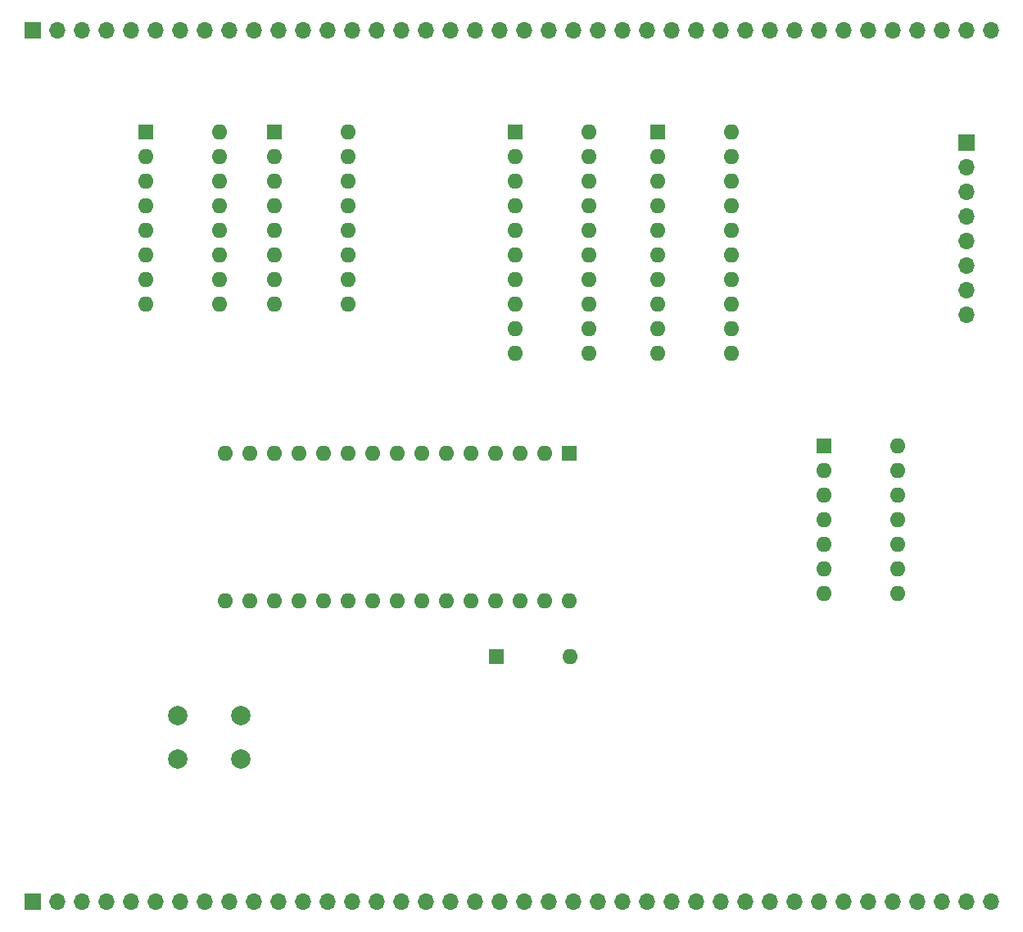
<source format=gbs>
G04 #@! TF.GenerationSoftware,KiCad,Pcbnew,(5.1.9)-1*
G04 #@! TF.CreationDate,2021-10-03T23:58:30-04:00*
G04 #@! TF.ProjectId,loader,6c6f6164-6572-42e6-9b69-6361645f7063,1.0*
G04 #@! TF.SameCoordinates,Original*
G04 #@! TF.FileFunction,Soldermask,Bot*
G04 #@! TF.FilePolarity,Negative*
%FSLAX46Y46*%
G04 Gerber Fmt 4.6, Leading zero omitted, Abs format (unit mm)*
G04 Created by KiCad (PCBNEW (5.1.9)-1) date 2021-10-03 23:58:30*
%MOMM*%
%LPD*%
G01*
G04 APERTURE LIST*
%ADD10O,1.700000X1.700000*%
%ADD11R,1.700000X1.700000*%
%ADD12C,2.000000*%
%ADD13O,1.600000X1.600000*%
%ADD14R,1.600000X1.600000*%
G04 APERTURE END LIST*
D10*
X182900000Y-75380000D03*
X182900000Y-72840000D03*
X182900000Y-70300000D03*
X182900000Y-67760000D03*
X182900000Y-65220000D03*
X182900000Y-62680000D03*
X182900000Y-60140000D03*
D11*
X182900000Y-57600000D03*
D12*
X101400000Y-121300000D03*
X101400000Y-116800000D03*
X107900000Y-121300000D03*
X107900000Y-116800000D03*
D13*
X175820000Y-88900000D03*
X168200000Y-104140000D03*
X175820000Y-91440000D03*
X168200000Y-101600000D03*
X175820000Y-93980000D03*
X168200000Y-99060000D03*
X175820000Y-96520000D03*
X168200000Y-96520000D03*
X175820000Y-99060000D03*
X168200000Y-93980000D03*
X175820000Y-101600000D03*
X168200000Y-91440000D03*
X175820000Y-104140000D03*
D14*
X168200000Y-88900000D03*
D13*
X141920000Y-110700000D03*
D14*
X134300000Y-110700000D03*
D13*
X158620000Y-56500000D03*
X151000000Y-79360000D03*
X158620000Y-59040000D03*
X151000000Y-76820000D03*
X158620000Y-61580000D03*
X151000000Y-74280000D03*
X158620000Y-64120000D03*
X151000000Y-71740000D03*
X158620000Y-66660000D03*
X151000000Y-69200000D03*
X158620000Y-69200000D03*
X151000000Y-66660000D03*
X158620000Y-71740000D03*
X151000000Y-64120000D03*
X158620000Y-74280000D03*
X151000000Y-61580000D03*
X158620000Y-76820000D03*
X151000000Y-59040000D03*
X158620000Y-79360000D03*
D14*
X151000000Y-56500000D03*
D13*
X143920000Y-56500000D03*
X136300000Y-79360000D03*
X143920000Y-59040000D03*
X136300000Y-76820000D03*
X143920000Y-61580000D03*
X136300000Y-74280000D03*
X143920000Y-64120000D03*
X136300000Y-71740000D03*
X143920000Y-66660000D03*
X136300000Y-69200000D03*
X143920000Y-69200000D03*
X136300000Y-66660000D03*
X143920000Y-71740000D03*
X136300000Y-64120000D03*
X143920000Y-74280000D03*
X136300000Y-61580000D03*
X143920000Y-76820000D03*
X136300000Y-59040000D03*
X143920000Y-79360000D03*
D14*
X136300000Y-56500000D03*
D13*
X105720000Y-56500000D03*
X98100000Y-74280000D03*
X105720000Y-59040000D03*
X98100000Y-71740000D03*
X105720000Y-61580000D03*
X98100000Y-69200000D03*
X105720000Y-64120000D03*
X98100000Y-66660000D03*
X105720000Y-66660000D03*
X98100000Y-64120000D03*
X105720000Y-69200000D03*
X98100000Y-61580000D03*
X105720000Y-71740000D03*
X98100000Y-59040000D03*
X105720000Y-74280000D03*
D14*
X98100000Y-56500000D03*
D13*
X119020000Y-56500000D03*
X111400000Y-74280000D03*
X119020000Y-59040000D03*
X111400000Y-71740000D03*
X119020000Y-61580000D03*
X111400000Y-69200000D03*
X119020000Y-64120000D03*
X111400000Y-66660000D03*
X119020000Y-66660000D03*
X111400000Y-64120000D03*
X119020000Y-69200000D03*
X111400000Y-61580000D03*
X119020000Y-71740000D03*
X111400000Y-59040000D03*
X119020000Y-74280000D03*
D14*
X111400000Y-56500000D03*
D13*
X106340000Y-104940000D03*
X106340000Y-89700000D03*
X141900000Y-104940000D03*
X108880000Y-89700000D03*
X139360000Y-104940000D03*
X111420000Y-89700000D03*
X136820000Y-104940000D03*
X113960000Y-89700000D03*
X134280000Y-104940000D03*
X116500000Y-89700000D03*
X131740000Y-104940000D03*
X119040000Y-89700000D03*
X129200000Y-104940000D03*
X121580000Y-89700000D03*
X126660000Y-104940000D03*
X124120000Y-89700000D03*
X124120000Y-104940000D03*
X126660000Y-89700000D03*
X121580000Y-104940000D03*
X129200000Y-89700000D03*
X119040000Y-104940000D03*
X131740000Y-89700000D03*
X116500000Y-104940000D03*
X134280000Y-89700000D03*
X113960000Y-104940000D03*
X136820000Y-89700000D03*
X111420000Y-104940000D03*
X139360000Y-89700000D03*
X108880000Y-104940000D03*
D14*
X141900000Y-89700000D03*
D10*
X185460000Y-136000000D03*
X182920000Y-136000000D03*
X180380000Y-136000000D03*
X177840000Y-136000000D03*
X175300000Y-136000000D03*
X172760000Y-136000000D03*
X170220000Y-136000000D03*
X167680000Y-136000000D03*
X165140000Y-136000000D03*
X162600000Y-136000000D03*
X160060000Y-136000000D03*
X157520000Y-136000000D03*
X154980000Y-136000000D03*
X152440000Y-136000000D03*
X149900000Y-136000000D03*
X147360000Y-136000000D03*
X144820000Y-136000000D03*
X142280000Y-136000000D03*
X139740000Y-136000000D03*
X137200000Y-136000000D03*
X134660000Y-136000000D03*
X132120000Y-136000000D03*
X129580000Y-136000000D03*
X127040000Y-136000000D03*
X124500000Y-136000000D03*
X121960000Y-136000000D03*
X119420000Y-136000000D03*
X116880000Y-136000000D03*
X114340000Y-136000000D03*
X111800000Y-136000000D03*
X109260000Y-136000000D03*
X106720000Y-136000000D03*
X104180000Y-136000000D03*
X101640000Y-136000000D03*
X99100000Y-136000000D03*
X96560000Y-136000000D03*
X94020000Y-136000000D03*
X91480000Y-136000000D03*
X88940000Y-136000000D03*
D11*
X86400000Y-136000000D03*
D10*
X185460000Y-46000000D03*
X182920000Y-46000000D03*
X180380000Y-46000000D03*
X177840000Y-46000000D03*
X175300000Y-46000000D03*
X172760000Y-46000000D03*
X170220000Y-46000000D03*
X167680000Y-46000000D03*
X165140000Y-46000000D03*
X162600000Y-46000000D03*
X160060000Y-46000000D03*
X157520000Y-46000000D03*
X154980000Y-46000000D03*
X152440000Y-46000000D03*
X149900000Y-46000000D03*
X147360000Y-46000000D03*
X144820000Y-46000000D03*
X142280000Y-46000000D03*
X139740000Y-46000000D03*
X137200000Y-46000000D03*
X134660000Y-46000000D03*
X132120000Y-46000000D03*
X129580000Y-46000000D03*
X127040000Y-46000000D03*
X124500000Y-46000000D03*
X121960000Y-46000000D03*
X119420000Y-46000000D03*
X116880000Y-46000000D03*
X114340000Y-46000000D03*
X111800000Y-46000000D03*
X109260000Y-46000000D03*
X106720000Y-46000000D03*
X104180000Y-46000000D03*
X101640000Y-46000000D03*
X99100000Y-46000000D03*
X96560000Y-46000000D03*
X94020000Y-46000000D03*
X91480000Y-46000000D03*
X88940000Y-46000000D03*
D11*
X86400000Y-46000000D03*
M02*

</source>
